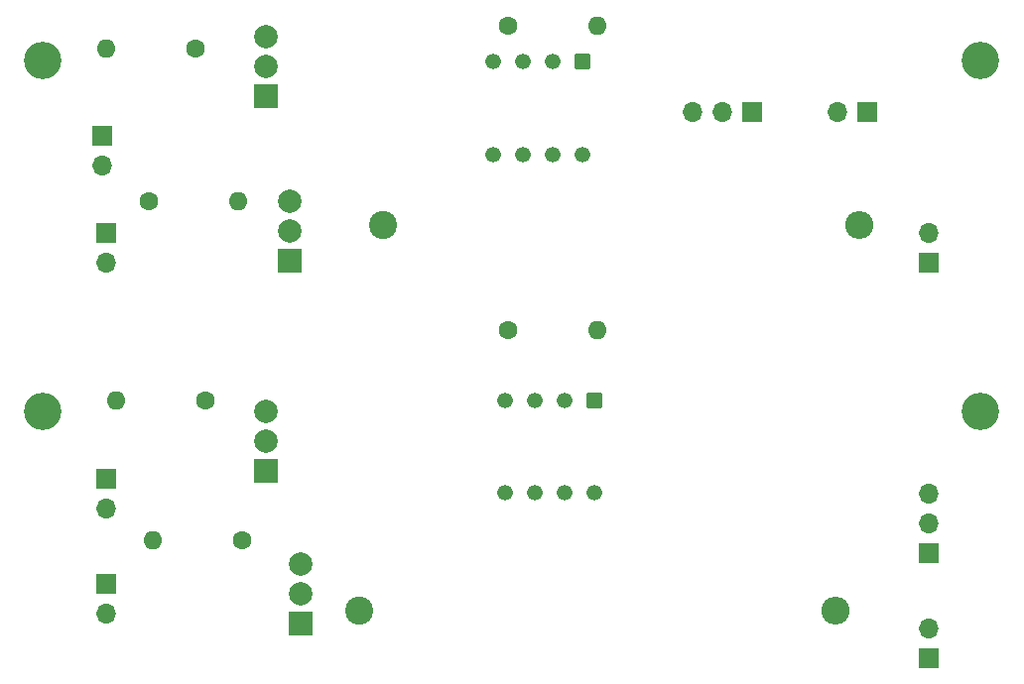
<source format=gts>
%TF.GenerationSoftware,KiCad,Pcbnew,8.0.6*%
%TF.CreationDate,2025-01-22T12:45:07+00:00*%
%TF.ProjectId,custom_driver,63757374-6f6d-45f6-9472-697665722e6b,rev?*%
%TF.SameCoordinates,Original*%
%TF.FileFunction,Soldermask,Top*%
%TF.FilePolarity,Negative*%
%FSLAX46Y46*%
G04 Gerber Fmt 4.6, Leading zero omitted, Abs format (unit mm)*
G04 Created by KiCad (PCBNEW 8.0.6) date 2025-01-22 12:45:07*
%MOMM*%
%LPD*%
G01*
G04 APERTURE LIST*
G04 Aperture macros list*
%AMRoundRect*
0 Rectangle with rounded corners*
0 $1 Rounding radius*
0 $2 $3 $4 $5 $6 $7 $8 $9 X,Y pos of 4 corners*
0 Add a 4 corners polygon primitive as box body*
4,1,4,$2,$3,$4,$5,$6,$7,$8,$9,$2,$3,0*
0 Add four circle primitives for the rounded corners*
1,1,$1+$1,$2,$3*
1,1,$1+$1,$4,$5*
1,1,$1+$1,$6,$7*
1,1,$1+$1,$8,$9*
0 Add four rect primitives between the rounded corners*
20,1,$1+$1,$2,$3,$4,$5,0*
20,1,$1+$1,$4,$5,$6,$7,0*
20,1,$1+$1,$6,$7,$8,$9,0*
20,1,$1+$1,$8,$9,$2,$3,0*%
G04 Aperture macros list end*
%ADD10C,1.600000*%
%ADD11O,1.600000X1.600000*%
%ADD12R,2.000000X2.000000*%
%ADD13C,2.000000*%
%ADD14R,1.700000X1.700000*%
%ADD15O,1.700000X1.700000*%
%ADD16RoundRect,0.102000X-0.565000X0.565000X-0.565000X-0.565000X0.565000X-0.565000X0.565000X0.565000X0*%
%ADD17C,1.334000*%
%ADD18C,3.200000*%
%ADD19C,2.400000*%
%ADD20O,2.400000X2.400000*%
G04 APERTURE END LIST*
D10*
%TO.C,R8*%
X113000000Y-67000000D03*
D11*
X105380000Y-67000000D03*
%TD*%
D10*
%TO.C,R7*%
X113810000Y-97000000D03*
D11*
X106190000Y-97000000D03*
%TD*%
D10*
%TO.C,R6*%
X109000000Y-80000000D03*
D11*
X116620000Y-80000000D03*
%TD*%
D10*
%TO.C,R5*%
X117000000Y-109000000D03*
D11*
X109380000Y-109000000D03*
%TD*%
D12*
%TO.C,Q4*%
X119000000Y-71000000D03*
D13*
X119000000Y-68460000D03*
X119000000Y-65920000D03*
%TD*%
D14*
%TO.C,J9*%
X105000000Y-74460000D03*
D15*
X105000000Y-77000000D03*
%TD*%
D14*
%TO.C,J6*%
X175600000Y-119000000D03*
D15*
X175600000Y-116460000D03*
%TD*%
D14*
%TO.C,J8*%
X105400000Y-82700000D03*
D15*
X105400000Y-85240000D03*
%TD*%
D14*
%TO.C,J4*%
X170300000Y-72400000D03*
D15*
X167760000Y-72400000D03*
%TD*%
D10*
%TO.C,R3*%
X139685000Y-91000000D03*
D11*
X147305000Y-91000000D03*
%TD*%
D14*
%TO.C,J1*%
X105400000Y-112700000D03*
D15*
X105400000Y-115240000D03*
%TD*%
D16*
%TO.C,U2*%
X146000000Y-68060000D03*
D17*
X143460000Y-68060000D03*
X140920000Y-68060000D03*
X138380000Y-68060000D03*
X138380000Y-76000000D03*
X140920000Y-76000000D03*
X143460000Y-76000000D03*
X146000000Y-76000000D03*
%TD*%
D18*
%TO.C,H3*%
X180000000Y-68000000D03*
%TD*%
D14*
%TO.C,J7*%
X175600000Y-110025000D03*
D15*
X175600000Y-107485000D03*
X175600000Y-104945000D03*
%TD*%
D14*
%TO.C,J3*%
X175600000Y-85300000D03*
D15*
X175600000Y-82760000D03*
%TD*%
D18*
%TO.C,H1*%
X100000000Y-98000000D03*
%TD*%
D12*
%TO.C,Q1*%
X122000000Y-116080000D03*
D13*
X122000000Y-113540000D03*
X122000000Y-111000000D03*
%TD*%
D12*
%TO.C,Q2*%
X121000000Y-85080000D03*
D13*
X121000000Y-82540000D03*
X121000000Y-80000000D03*
%TD*%
D19*
%TO.C,R1*%
X127000000Y-115000000D03*
D20*
X167640000Y-115000000D03*
%TD*%
D10*
%TO.C,R4*%
X139685000Y-65000000D03*
D11*
X147305000Y-65000000D03*
%TD*%
D18*
%TO.C,H2*%
X100000000Y-68000000D03*
%TD*%
D14*
%TO.C,J5*%
X160525000Y-72400000D03*
D15*
X157985000Y-72400000D03*
X155445000Y-72400000D03*
%TD*%
D12*
%TO.C,Q3*%
X119000000Y-103080000D03*
D13*
X119000000Y-100540000D03*
X119000000Y-98000000D03*
%TD*%
D19*
%TO.C,R2*%
X129000000Y-82000000D03*
D20*
X169640000Y-82000000D03*
%TD*%
D16*
%TO.C,U1*%
X147000000Y-97000000D03*
D17*
X144460000Y-97000000D03*
X141920000Y-97000000D03*
X139380000Y-97000000D03*
X139380000Y-104940000D03*
X141920000Y-104940000D03*
X144460000Y-104940000D03*
X147000000Y-104940000D03*
%TD*%
D14*
%TO.C,J2*%
X105400000Y-103700000D03*
D15*
X105400000Y-106240000D03*
%TD*%
D18*
%TO.C,H4*%
X180000000Y-98000000D03*
%TD*%
M02*

</source>
